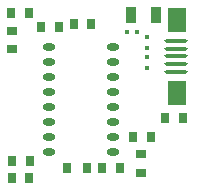
<source format=gbr>
%TF.GenerationSoftware,Altium Limited,Altium Designer,20.1.8 (145)*%
G04 Layer_Color=15254943*
%FSLAX45Y45*%
%MOMM*%
%TF.SameCoordinates,CA905C98-E8E4-4B69-B290-3362CF0B177B*%
%TF.FilePolarity,Positive*%
%TF.FileFunction,Paste,Bot*%
%TF.Part,Single*%
G01*
G75*
%TA.AperFunction,SMDPad,CuDef*%
G04:AMPARAMS|DCode=16|XSize=0.4mm|YSize=0.3mm|CornerRadius=0.0015mm|HoleSize=0mm|Usage=FLASHONLY|Rotation=270.000|XOffset=0mm|YOffset=0mm|HoleType=Round|Shape=RoundedRectangle|*
%AMROUNDEDRECTD16*
21,1,0.40000,0.29700,0,0,270.0*
21,1,0.39700,0.30000,0,0,270.0*
1,1,0.00300,-0.14850,-0.19850*
1,1,0.00300,-0.14850,0.19850*
1,1,0.00300,0.14850,0.19850*
1,1,0.00300,0.14850,-0.19850*
%
%ADD16ROUNDEDRECTD16*%
G04:AMPARAMS|DCode=17|XSize=0.85mm|YSize=1.4mm|CornerRadius=0.00425mm|HoleSize=0mm|Usage=FLASHONLY|Rotation=180.000|XOffset=0mm|YOffset=0mm|HoleType=Round|Shape=RoundedRectangle|*
%AMROUNDEDRECTD17*
21,1,0.85000,1.39150,0,0,180.0*
21,1,0.84150,1.40000,0,0,180.0*
1,1,0.00850,-0.42075,0.69575*
1,1,0.00850,0.42075,0.69575*
1,1,0.00850,0.42075,-0.69575*
1,1,0.00850,-0.42075,-0.69575*
%
%ADD17ROUNDEDRECTD17*%
%TA.AperFunction,ConnectorPad*%
G04:AMPARAMS|DCode=18|XSize=0.8mm|YSize=0.7mm|CornerRadius=0.0035mm|HoleSize=0mm|Usage=FLASHONLY|Rotation=90.000|XOffset=0mm|YOffset=0mm|HoleType=Round|Shape=RoundedRectangle|*
%AMROUNDEDRECTD18*
21,1,0.80000,0.69300,0,0,90.0*
21,1,0.79300,0.70000,0,0,90.0*
1,1,0.00700,0.34650,0.39650*
1,1,0.00700,0.34650,-0.39650*
1,1,0.00700,-0.34650,-0.39650*
1,1,0.00700,-0.34650,0.39650*
%
%ADD18ROUNDEDRECTD18*%
%TA.AperFunction,SMDPad,CuDef*%
G04:AMPARAMS|DCode=19|XSize=0.85mm|YSize=0.75mm|CornerRadius=0.00375mm|HoleSize=0mm|Usage=FLASHONLY|Rotation=90.000|XOffset=0mm|YOffset=0mm|HoleType=Round|Shape=RoundedRectangle|*
%AMROUNDEDRECTD19*
21,1,0.85000,0.74250,0,0,90.0*
21,1,0.84250,0.75000,0,0,90.0*
1,1,0.00750,0.37125,0.42125*
1,1,0.00750,0.37125,-0.42125*
1,1,0.00750,-0.37125,-0.42125*
1,1,0.00750,-0.37125,0.42125*
%
%ADD19ROUNDEDRECTD19*%
%TA.AperFunction,ConnectorPad*%
G04:AMPARAMS|DCode=20|XSize=0.85mm|YSize=0.75mm|CornerRadius=0.00375mm|HoleSize=0mm|Usage=FLASHONLY|Rotation=0.000|XOffset=0mm|YOffset=0mm|HoleType=Round|Shape=RoundedRectangle|*
%AMROUNDEDRECTD20*
21,1,0.85000,0.74250,0,0,0.0*
21,1,0.84250,0.75000,0,0,0.0*
1,1,0.00750,0.42125,-0.37125*
1,1,0.00750,-0.42125,-0.37125*
1,1,0.00750,-0.42125,0.37125*
1,1,0.00750,0.42125,0.37125*
%
%ADD20ROUNDEDRECTD20*%
%TA.AperFunction,SMDPad,CuDef*%
G04:AMPARAMS|DCode=21|XSize=0.8mm|YSize=0.7mm|CornerRadius=0.0035mm|HoleSize=0mm|Usage=FLASHONLY|Rotation=90.000|XOffset=0mm|YOffset=0mm|HoleType=Round|Shape=RoundedRectangle|*
%AMROUNDEDRECTD21*
21,1,0.80000,0.69300,0,0,90.0*
21,1,0.79300,0.70000,0,0,90.0*
1,1,0.00700,0.34650,0.39650*
1,1,0.00700,0.34650,-0.39650*
1,1,0.00700,-0.34650,-0.39650*
1,1,0.00700,-0.34650,0.39650*
%
%ADD21ROUNDEDRECTD21*%
G04:AMPARAMS|DCode=22|XSize=0.85mm|YSize=0.75mm|CornerRadius=0.00375mm|HoleSize=0mm|Usage=FLASHONLY|Rotation=0.000|XOffset=0mm|YOffset=0mm|HoleType=Round|Shape=RoundedRectangle|*
%AMROUNDEDRECTD22*
21,1,0.85000,0.74250,0,0,0.0*
21,1,0.84250,0.75000,0,0,0.0*
1,1,0.00750,0.42125,-0.37125*
1,1,0.00750,-0.42125,-0.37125*
1,1,0.00750,-0.42125,0.37125*
1,1,0.00750,0.42125,0.37125*
%
%ADD22ROUNDEDRECTD22*%
%ADD23O,1.05000X0.60000*%
%TA.AperFunction,ConnectorPad*%
G04:AMPARAMS|DCode=24|XSize=2.1mm|YSize=1.6mm|CornerRadius=0.008mm|HoleSize=0mm|Usage=FLASHONLY|Rotation=270.000|XOffset=0mm|YOffset=0mm|HoleType=Round|Shape=RoundedRectangle|*
%AMROUNDEDRECTD24*
21,1,2.10000,1.58400,0,0,270.0*
21,1,2.08400,1.60000,0,0,270.0*
1,1,0.01600,-0.79200,-1.04200*
1,1,0.01600,-0.79200,1.04200*
1,1,0.01600,0.79200,1.04200*
1,1,0.01600,0.79200,-1.04200*
%
%ADD24ROUNDEDRECTD24*%
G04:AMPARAMS|DCode=25|XSize=0.35mm|YSize=2mm|CornerRadius=0.175mm|HoleSize=0mm|Usage=FLASHONLY|Rotation=270.000|XOffset=0mm|YOffset=0mm|HoleType=Round|Shape=RoundedRectangle|*
%AMROUNDEDRECTD25*
21,1,0.35000,1.65000,0,0,270.0*
21,1,0.00000,2.00000,0,0,270.0*
1,1,0.35000,-0.82500,0.00000*
1,1,0.35000,-0.82500,0.00000*
1,1,0.35000,0.82500,0.00000*
1,1,0.35000,0.82500,0.00000*
%
%ADD25ROUNDEDRECTD25*%
%TA.AperFunction,SMDPad,CuDef*%
G04:AMPARAMS|DCode=26|XSize=0.4mm|YSize=0.3mm|CornerRadius=0.0015mm|HoleSize=0mm|Usage=FLASHONLY|Rotation=180.000|XOffset=0mm|YOffset=0mm|HoleType=Round|Shape=RoundedRectangle|*
%AMROUNDEDRECTD26*
21,1,0.40000,0.29700,0,0,180.0*
21,1,0.39700,0.30000,0,0,180.0*
1,1,0.00300,-0.19850,0.14850*
1,1,0.00300,0.19850,0.14850*
1,1,0.00300,0.19850,-0.14850*
1,1,0.00300,-0.19850,-0.14850*
%
%ADD26ROUNDEDRECTD26*%
D16*
X1155529Y1342481D02*
D03*
X1065529D02*
D03*
D17*
X1103440Y1481440D02*
D03*
X1313440D02*
D03*
D18*
X236220Y1501140D02*
D03*
X86220D02*
D03*
D19*
X1271443Y449079D02*
D03*
X1116444D02*
D03*
X246219Y243840D02*
D03*
X91220D02*
D03*
X340829Y1384598D02*
D03*
X495829D02*
D03*
D20*
X1186666Y147388D02*
D03*
Y302388D02*
D03*
D21*
X1008280Y190593D02*
D03*
X858280D02*
D03*
X563980Y185377D02*
D03*
X728980D02*
D03*
X241220Y100900D02*
D03*
X91220D02*
D03*
X767314Y1409998D02*
D03*
X617314D02*
D03*
X1539240Y614680D02*
D03*
X1389240D02*
D03*
D22*
X91440Y1196280D02*
D03*
Y1351280D02*
D03*
D23*
X948180Y1209040D02*
D03*
Y1082040D02*
D03*
Y955040D02*
D03*
Y828040D02*
D03*
Y701040D02*
D03*
Y574040D02*
D03*
Y447040D02*
D03*
Y320040D02*
D03*
X408180Y1209040D02*
D03*
Y1082040D02*
D03*
Y955040D02*
D03*
Y828040D02*
D03*
Y701040D02*
D03*
Y574040D02*
D03*
Y447040D02*
D03*
Y320040D02*
D03*
D24*
X1493800Y822000D02*
D03*
Y1442000D02*
D03*
D25*
X1486300Y1002000D02*
D03*
Y1067000D02*
D03*
Y1132000D02*
D03*
Y1262000D02*
D03*
Y1197000D02*
D03*
D26*
X1236980Y1035220D02*
D03*
Y1125220D02*
D03*
Y1294525D02*
D03*
Y1204525D02*
D03*
%TF.MD5,461dbe3528b44a91ae4aa4ee55a3d42e*%
M02*

</source>
